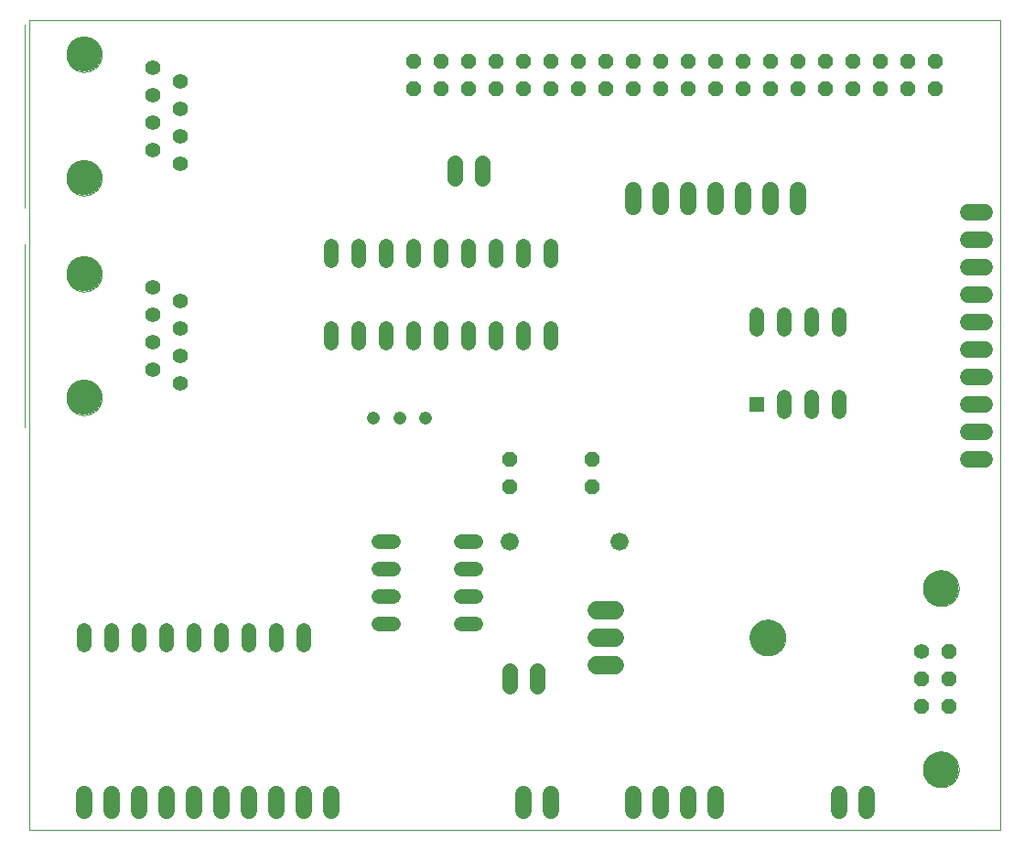
<source format=gbs>
G75*
%MOIN*%
%OFA0B0*%
%FSLAX25Y25*%
%IPPOS*%
%LPD*%
%AMOC8*
5,1,8,0,0,1.08239X$1,22.5*
%
%ADD10C,0.00000*%
%ADD11C,0.00039*%
%ADD12C,0.05543*%
%ADD13C,0.12800*%
%ADD14C,0.05200*%
%ADD15C,0.05600*%
%ADD16OC8,0.05600*%
%ADD17C,0.06600*%
%ADD18C,0.13000*%
%ADD19C,0.04756*%
%ADD20R,0.05200X0.05200*%
%ADD21C,0.06000*%
%ADD22C,0.05600*%
%ADD23C,0.06600*%
%ADD24OC8,0.05200*%
D10*
X0012038Y0001800D02*
X0365739Y0001800D01*
X0365739Y0296761D01*
X0365739Y0296800D02*
X0012038Y0296800D01*
X0012038Y0296761D02*
X0012038Y0001800D01*
X0025638Y0159300D02*
X0025640Y0159460D01*
X0025646Y0159619D01*
X0025656Y0159778D01*
X0025670Y0159937D01*
X0025688Y0160096D01*
X0025709Y0160254D01*
X0025735Y0160411D01*
X0025765Y0160568D01*
X0025798Y0160724D01*
X0025836Y0160879D01*
X0025877Y0161033D01*
X0025922Y0161186D01*
X0025971Y0161338D01*
X0026024Y0161489D01*
X0026080Y0161638D01*
X0026141Y0161786D01*
X0026204Y0161932D01*
X0026272Y0162077D01*
X0026343Y0162220D01*
X0026417Y0162361D01*
X0026495Y0162500D01*
X0026577Y0162637D01*
X0026662Y0162772D01*
X0026750Y0162905D01*
X0026842Y0163036D01*
X0026936Y0163164D01*
X0027034Y0163290D01*
X0027135Y0163414D01*
X0027239Y0163535D01*
X0027346Y0163653D01*
X0027456Y0163769D01*
X0027569Y0163882D01*
X0027685Y0163992D01*
X0027803Y0164099D01*
X0027924Y0164203D01*
X0028048Y0164304D01*
X0028174Y0164402D01*
X0028302Y0164496D01*
X0028433Y0164588D01*
X0028566Y0164676D01*
X0028701Y0164761D01*
X0028838Y0164843D01*
X0028977Y0164921D01*
X0029118Y0164995D01*
X0029261Y0165066D01*
X0029406Y0165134D01*
X0029552Y0165197D01*
X0029700Y0165258D01*
X0029849Y0165314D01*
X0030000Y0165367D01*
X0030152Y0165416D01*
X0030305Y0165461D01*
X0030459Y0165502D01*
X0030614Y0165540D01*
X0030770Y0165573D01*
X0030927Y0165603D01*
X0031084Y0165629D01*
X0031242Y0165650D01*
X0031401Y0165668D01*
X0031560Y0165682D01*
X0031719Y0165692D01*
X0031878Y0165698D01*
X0032038Y0165700D01*
X0032198Y0165698D01*
X0032357Y0165692D01*
X0032516Y0165682D01*
X0032675Y0165668D01*
X0032834Y0165650D01*
X0032992Y0165629D01*
X0033149Y0165603D01*
X0033306Y0165573D01*
X0033462Y0165540D01*
X0033617Y0165502D01*
X0033771Y0165461D01*
X0033924Y0165416D01*
X0034076Y0165367D01*
X0034227Y0165314D01*
X0034376Y0165258D01*
X0034524Y0165197D01*
X0034670Y0165134D01*
X0034815Y0165066D01*
X0034958Y0164995D01*
X0035099Y0164921D01*
X0035238Y0164843D01*
X0035375Y0164761D01*
X0035510Y0164676D01*
X0035643Y0164588D01*
X0035774Y0164496D01*
X0035902Y0164402D01*
X0036028Y0164304D01*
X0036152Y0164203D01*
X0036273Y0164099D01*
X0036391Y0163992D01*
X0036507Y0163882D01*
X0036620Y0163769D01*
X0036730Y0163653D01*
X0036837Y0163535D01*
X0036941Y0163414D01*
X0037042Y0163290D01*
X0037140Y0163164D01*
X0037234Y0163036D01*
X0037326Y0162905D01*
X0037414Y0162772D01*
X0037499Y0162637D01*
X0037581Y0162500D01*
X0037659Y0162361D01*
X0037733Y0162220D01*
X0037804Y0162077D01*
X0037872Y0161932D01*
X0037935Y0161786D01*
X0037996Y0161638D01*
X0038052Y0161489D01*
X0038105Y0161338D01*
X0038154Y0161186D01*
X0038199Y0161033D01*
X0038240Y0160879D01*
X0038278Y0160724D01*
X0038311Y0160568D01*
X0038341Y0160411D01*
X0038367Y0160254D01*
X0038388Y0160096D01*
X0038406Y0159937D01*
X0038420Y0159778D01*
X0038430Y0159619D01*
X0038436Y0159460D01*
X0038438Y0159300D01*
X0038436Y0159140D01*
X0038430Y0158981D01*
X0038420Y0158822D01*
X0038406Y0158663D01*
X0038388Y0158504D01*
X0038367Y0158346D01*
X0038341Y0158189D01*
X0038311Y0158032D01*
X0038278Y0157876D01*
X0038240Y0157721D01*
X0038199Y0157567D01*
X0038154Y0157414D01*
X0038105Y0157262D01*
X0038052Y0157111D01*
X0037996Y0156962D01*
X0037935Y0156814D01*
X0037872Y0156668D01*
X0037804Y0156523D01*
X0037733Y0156380D01*
X0037659Y0156239D01*
X0037581Y0156100D01*
X0037499Y0155963D01*
X0037414Y0155828D01*
X0037326Y0155695D01*
X0037234Y0155564D01*
X0037140Y0155436D01*
X0037042Y0155310D01*
X0036941Y0155186D01*
X0036837Y0155065D01*
X0036730Y0154947D01*
X0036620Y0154831D01*
X0036507Y0154718D01*
X0036391Y0154608D01*
X0036273Y0154501D01*
X0036152Y0154397D01*
X0036028Y0154296D01*
X0035902Y0154198D01*
X0035774Y0154104D01*
X0035643Y0154012D01*
X0035510Y0153924D01*
X0035375Y0153839D01*
X0035238Y0153757D01*
X0035099Y0153679D01*
X0034958Y0153605D01*
X0034815Y0153534D01*
X0034670Y0153466D01*
X0034524Y0153403D01*
X0034376Y0153342D01*
X0034227Y0153286D01*
X0034076Y0153233D01*
X0033924Y0153184D01*
X0033771Y0153139D01*
X0033617Y0153098D01*
X0033462Y0153060D01*
X0033306Y0153027D01*
X0033149Y0152997D01*
X0032992Y0152971D01*
X0032834Y0152950D01*
X0032675Y0152932D01*
X0032516Y0152918D01*
X0032357Y0152908D01*
X0032198Y0152902D01*
X0032038Y0152900D01*
X0031878Y0152902D01*
X0031719Y0152908D01*
X0031560Y0152918D01*
X0031401Y0152932D01*
X0031242Y0152950D01*
X0031084Y0152971D01*
X0030927Y0152997D01*
X0030770Y0153027D01*
X0030614Y0153060D01*
X0030459Y0153098D01*
X0030305Y0153139D01*
X0030152Y0153184D01*
X0030000Y0153233D01*
X0029849Y0153286D01*
X0029700Y0153342D01*
X0029552Y0153403D01*
X0029406Y0153466D01*
X0029261Y0153534D01*
X0029118Y0153605D01*
X0028977Y0153679D01*
X0028838Y0153757D01*
X0028701Y0153839D01*
X0028566Y0153924D01*
X0028433Y0154012D01*
X0028302Y0154104D01*
X0028174Y0154198D01*
X0028048Y0154296D01*
X0027924Y0154397D01*
X0027803Y0154501D01*
X0027685Y0154608D01*
X0027569Y0154718D01*
X0027456Y0154831D01*
X0027346Y0154947D01*
X0027239Y0155065D01*
X0027135Y0155186D01*
X0027034Y0155310D01*
X0026936Y0155436D01*
X0026842Y0155564D01*
X0026750Y0155695D01*
X0026662Y0155828D01*
X0026577Y0155963D01*
X0026495Y0156100D01*
X0026417Y0156239D01*
X0026343Y0156380D01*
X0026272Y0156523D01*
X0026204Y0156668D01*
X0026141Y0156814D01*
X0026080Y0156962D01*
X0026024Y0157111D01*
X0025971Y0157262D01*
X0025922Y0157414D01*
X0025877Y0157567D01*
X0025836Y0157721D01*
X0025798Y0157876D01*
X0025765Y0158032D01*
X0025735Y0158189D01*
X0025709Y0158346D01*
X0025688Y0158504D01*
X0025670Y0158663D01*
X0025656Y0158822D01*
X0025646Y0158981D01*
X0025640Y0159140D01*
X0025638Y0159300D01*
X0025638Y0204300D02*
X0025640Y0204460D01*
X0025646Y0204619D01*
X0025656Y0204778D01*
X0025670Y0204937D01*
X0025688Y0205096D01*
X0025709Y0205254D01*
X0025735Y0205411D01*
X0025765Y0205568D01*
X0025798Y0205724D01*
X0025836Y0205879D01*
X0025877Y0206033D01*
X0025922Y0206186D01*
X0025971Y0206338D01*
X0026024Y0206489D01*
X0026080Y0206638D01*
X0026141Y0206786D01*
X0026204Y0206932D01*
X0026272Y0207077D01*
X0026343Y0207220D01*
X0026417Y0207361D01*
X0026495Y0207500D01*
X0026577Y0207637D01*
X0026662Y0207772D01*
X0026750Y0207905D01*
X0026842Y0208036D01*
X0026936Y0208164D01*
X0027034Y0208290D01*
X0027135Y0208414D01*
X0027239Y0208535D01*
X0027346Y0208653D01*
X0027456Y0208769D01*
X0027569Y0208882D01*
X0027685Y0208992D01*
X0027803Y0209099D01*
X0027924Y0209203D01*
X0028048Y0209304D01*
X0028174Y0209402D01*
X0028302Y0209496D01*
X0028433Y0209588D01*
X0028566Y0209676D01*
X0028701Y0209761D01*
X0028838Y0209843D01*
X0028977Y0209921D01*
X0029118Y0209995D01*
X0029261Y0210066D01*
X0029406Y0210134D01*
X0029552Y0210197D01*
X0029700Y0210258D01*
X0029849Y0210314D01*
X0030000Y0210367D01*
X0030152Y0210416D01*
X0030305Y0210461D01*
X0030459Y0210502D01*
X0030614Y0210540D01*
X0030770Y0210573D01*
X0030927Y0210603D01*
X0031084Y0210629D01*
X0031242Y0210650D01*
X0031401Y0210668D01*
X0031560Y0210682D01*
X0031719Y0210692D01*
X0031878Y0210698D01*
X0032038Y0210700D01*
X0032198Y0210698D01*
X0032357Y0210692D01*
X0032516Y0210682D01*
X0032675Y0210668D01*
X0032834Y0210650D01*
X0032992Y0210629D01*
X0033149Y0210603D01*
X0033306Y0210573D01*
X0033462Y0210540D01*
X0033617Y0210502D01*
X0033771Y0210461D01*
X0033924Y0210416D01*
X0034076Y0210367D01*
X0034227Y0210314D01*
X0034376Y0210258D01*
X0034524Y0210197D01*
X0034670Y0210134D01*
X0034815Y0210066D01*
X0034958Y0209995D01*
X0035099Y0209921D01*
X0035238Y0209843D01*
X0035375Y0209761D01*
X0035510Y0209676D01*
X0035643Y0209588D01*
X0035774Y0209496D01*
X0035902Y0209402D01*
X0036028Y0209304D01*
X0036152Y0209203D01*
X0036273Y0209099D01*
X0036391Y0208992D01*
X0036507Y0208882D01*
X0036620Y0208769D01*
X0036730Y0208653D01*
X0036837Y0208535D01*
X0036941Y0208414D01*
X0037042Y0208290D01*
X0037140Y0208164D01*
X0037234Y0208036D01*
X0037326Y0207905D01*
X0037414Y0207772D01*
X0037499Y0207637D01*
X0037581Y0207500D01*
X0037659Y0207361D01*
X0037733Y0207220D01*
X0037804Y0207077D01*
X0037872Y0206932D01*
X0037935Y0206786D01*
X0037996Y0206638D01*
X0038052Y0206489D01*
X0038105Y0206338D01*
X0038154Y0206186D01*
X0038199Y0206033D01*
X0038240Y0205879D01*
X0038278Y0205724D01*
X0038311Y0205568D01*
X0038341Y0205411D01*
X0038367Y0205254D01*
X0038388Y0205096D01*
X0038406Y0204937D01*
X0038420Y0204778D01*
X0038430Y0204619D01*
X0038436Y0204460D01*
X0038438Y0204300D01*
X0038436Y0204140D01*
X0038430Y0203981D01*
X0038420Y0203822D01*
X0038406Y0203663D01*
X0038388Y0203504D01*
X0038367Y0203346D01*
X0038341Y0203189D01*
X0038311Y0203032D01*
X0038278Y0202876D01*
X0038240Y0202721D01*
X0038199Y0202567D01*
X0038154Y0202414D01*
X0038105Y0202262D01*
X0038052Y0202111D01*
X0037996Y0201962D01*
X0037935Y0201814D01*
X0037872Y0201668D01*
X0037804Y0201523D01*
X0037733Y0201380D01*
X0037659Y0201239D01*
X0037581Y0201100D01*
X0037499Y0200963D01*
X0037414Y0200828D01*
X0037326Y0200695D01*
X0037234Y0200564D01*
X0037140Y0200436D01*
X0037042Y0200310D01*
X0036941Y0200186D01*
X0036837Y0200065D01*
X0036730Y0199947D01*
X0036620Y0199831D01*
X0036507Y0199718D01*
X0036391Y0199608D01*
X0036273Y0199501D01*
X0036152Y0199397D01*
X0036028Y0199296D01*
X0035902Y0199198D01*
X0035774Y0199104D01*
X0035643Y0199012D01*
X0035510Y0198924D01*
X0035375Y0198839D01*
X0035238Y0198757D01*
X0035099Y0198679D01*
X0034958Y0198605D01*
X0034815Y0198534D01*
X0034670Y0198466D01*
X0034524Y0198403D01*
X0034376Y0198342D01*
X0034227Y0198286D01*
X0034076Y0198233D01*
X0033924Y0198184D01*
X0033771Y0198139D01*
X0033617Y0198098D01*
X0033462Y0198060D01*
X0033306Y0198027D01*
X0033149Y0197997D01*
X0032992Y0197971D01*
X0032834Y0197950D01*
X0032675Y0197932D01*
X0032516Y0197918D01*
X0032357Y0197908D01*
X0032198Y0197902D01*
X0032038Y0197900D01*
X0031878Y0197902D01*
X0031719Y0197908D01*
X0031560Y0197918D01*
X0031401Y0197932D01*
X0031242Y0197950D01*
X0031084Y0197971D01*
X0030927Y0197997D01*
X0030770Y0198027D01*
X0030614Y0198060D01*
X0030459Y0198098D01*
X0030305Y0198139D01*
X0030152Y0198184D01*
X0030000Y0198233D01*
X0029849Y0198286D01*
X0029700Y0198342D01*
X0029552Y0198403D01*
X0029406Y0198466D01*
X0029261Y0198534D01*
X0029118Y0198605D01*
X0028977Y0198679D01*
X0028838Y0198757D01*
X0028701Y0198839D01*
X0028566Y0198924D01*
X0028433Y0199012D01*
X0028302Y0199104D01*
X0028174Y0199198D01*
X0028048Y0199296D01*
X0027924Y0199397D01*
X0027803Y0199501D01*
X0027685Y0199608D01*
X0027569Y0199718D01*
X0027456Y0199831D01*
X0027346Y0199947D01*
X0027239Y0200065D01*
X0027135Y0200186D01*
X0027034Y0200310D01*
X0026936Y0200436D01*
X0026842Y0200564D01*
X0026750Y0200695D01*
X0026662Y0200828D01*
X0026577Y0200963D01*
X0026495Y0201100D01*
X0026417Y0201239D01*
X0026343Y0201380D01*
X0026272Y0201523D01*
X0026204Y0201668D01*
X0026141Y0201814D01*
X0026080Y0201962D01*
X0026024Y0202111D01*
X0025971Y0202262D01*
X0025922Y0202414D01*
X0025877Y0202567D01*
X0025836Y0202721D01*
X0025798Y0202876D01*
X0025765Y0203032D01*
X0025735Y0203189D01*
X0025709Y0203346D01*
X0025688Y0203504D01*
X0025670Y0203663D01*
X0025656Y0203822D01*
X0025646Y0203981D01*
X0025640Y0204140D01*
X0025638Y0204300D01*
X0025638Y0239300D02*
X0025640Y0239460D01*
X0025646Y0239619D01*
X0025656Y0239778D01*
X0025670Y0239937D01*
X0025688Y0240096D01*
X0025709Y0240254D01*
X0025735Y0240411D01*
X0025765Y0240568D01*
X0025798Y0240724D01*
X0025836Y0240879D01*
X0025877Y0241033D01*
X0025922Y0241186D01*
X0025971Y0241338D01*
X0026024Y0241489D01*
X0026080Y0241638D01*
X0026141Y0241786D01*
X0026204Y0241932D01*
X0026272Y0242077D01*
X0026343Y0242220D01*
X0026417Y0242361D01*
X0026495Y0242500D01*
X0026577Y0242637D01*
X0026662Y0242772D01*
X0026750Y0242905D01*
X0026842Y0243036D01*
X0026936Y0243164D01*
X0027034Y0243290D01*
X0027135Y0243414D01*
X0027239Y0243535D01*
X0027346Y0243653D01*
X0027456Y0243769D01*
X0027569Y0243882D01*
X0027685Y0243992D01*
X0027803Y0244099D01*
X0027924Y0244203D01*
X0028048Y0244304D01*
X0028174Y0244402D01*
X0028302Y0244496D01*
X0028433Y0244588D01*
X0028566Y0244676D01*
X0028701Y0244761D01*
X0028838Y0244843D01*
X0028977Y0244921D01*
X0029118Y0244995D01*
X0029261Y0245066D01*
X0029406Y0245134D01*
X0029552Y0245197D01*
X0029700Y0245258D01*
X0029849Y0245314D01*
X0030000Y0245367D01*
X0030152Y0245416D01*
X0030305Y0245461D01*
X0030459Y0245502D01*
X0030614Y0245540D01*
X0030770Y0245573D01*
X0030927Y0245603D01*
X0031084Y0245629D01*
X0031242Y0245650D01*
X0031401Y0245668D01*
X0031560Y0245682D01*
X0031719Y0245692D01*
X0031878Y0245698D01*
X0032038Y0245700D01*
X0032198Y0245698D01*
X0032357Y0245692D01*
X0032516Y0245682D01*
X0032675Y0245668D01*
X0032834Y0245650D01*
X0032992Y0245629D01*
X0033149Y0245603D01*
X0033306Y0245573D01*
X0033462Y0245540D01*
X0033617Y0245502D01*
X0033771Y0245461D01*
X0033924Y0245416D01*
X0034076Y0245367D01*
X0034227Y0245314D01*
X0034376Y0245258D01*
X0034524Y0245197D01*
X0034670Y0245134D01*
X0034815Y0245066D01*
X0034958Y0244995D01*
X0035099Y0244921D01*
X0035238Y0244843D01*
X0035375Y0244761D01*
X0035510Y0244676D01*
X0035643Y0244588D01*
X0035774Y0244496D01*
X0035902Y0244402D01*
X0036028Y0244304D01*
X0036152Y0244203D01*
X0036273Y0244099D01*
X0036391Y0243992D01*
X0036507Y0243882D01*
X0036620Y0243769D01*
X0036730Y0243653D01*
X0036837Y0243535D01*
X0036941Y0243414D01*
X0037042Y0243290D01*
X0037140Y0243164D01*
X0037234Y0243036D01*
X0037326Y0242905D01*
X0037414Y0242772D01*
X0037499Y0242637D01*
X0037581Y0242500D01*
X0037659Y0242361D01*
X0037733Y0242220D01*
X0037804Y0242077D01*
X0037872Y0241932D01*
X0037935Y0241786D01*
X0037996Y0241638D01*
X0038052Y0241489D01*
X0038105Y0241338D01*
X0038154Y0241186D01*
X0038199Y0241033D01*
X0038240Y0240879D01*
X0038278Y0240724D01*
X0038311Y0240568D01*
X0038341Y0240411D01*
X0038367Y0240254D01*
X0038388Y0240096D01*
X0038406Y0239937D01*
X0038420Y0239778D01*
X0038430Y0239619D01*
X0038436Y0239460D01*
X0038438Y0239300D01*
X0038436Y0239140D01*
X0038430Y0238981D01*
X0038420Y0238822D01*
X0038406Y0238663D01*
X0038388Y0238504D01*
X0038367Y0238346D01*
X0038341Y0238189D01*
X0038311Y0238032D01*
X0038278Y0237876D01*
X0038240Y0237721D01*
X0038199Y0237567D01*
X0038154Y0237414D01*
X0038105Y0237262D01*
X0038052Y0237111D01*
X0037996Y0236962D01*
X0037935Y0236814D01*
X0037872Y0236668D01*
X0037804Y0236523D01*
X0037733Y0236380D01*
X0037659Y0236239D01*
X0037581Y0236100D01*
X0037499Y0235963D01*
X0037414Y0235828D01*
X0037326Y0235695D01*
X0037234Y0235564D01*
X0037140Y0235436D01*
X0037042Y0235310D01*
X0036941Y0235186D01*
X0036837Y0235065D01*
X0036730Y0234947D01*
X0036620Y0234831D01*
X0036507Y0234718D01*
X0036391Y0234608D01*
X0036273Y0234501D01*
X0036152Y0234397D01*
X0036028Y0234296D01*
X0035902Y0234198D01*
X0035774Y0234104D01*
X0035643Y0234012D01*
X0035510Y0233924D01*
X0035375Y0233839D01*
X0035238Y0233757D01*
X0035099Y0233679D01*
X0034958Y0233605D01*
X0034815Y0233534D01*
X0034670Y0233466D01*
X0034524Y0233403D01*
X0034376Y0233342D01*
X0034227Y0233286D01*
X0034076Y0233233D01*
X0033924Y0233184D01*
X0033771Y0233139D01*
X0033617Y0233098D01*
X0033462Y0233060D01*
X0033306Y0233027D01*
X0033149Y0232997D01*
X0032992Y0232971D01*
X0032834Y0232950D01*
X0032675Y0232932D01*
X0032516Y0232918D01*
X0032357Y0232908D01*
X0032198Y0232902D01*
X0032038Y0232900D01*
X0031878Y0232902D01*
X0031719Y0232908D01*
X0031560Y0232918D01*
X0031401Y0232932D01*
X0031242Y0232950D01*
X0031084Y0232971D01*
X0030927Y0232997D01*
X0030770Y0233027D01*
X0030614Y0233060D01*
X0030459Y0233098D01*
X0030305Y0233139D01*
X0030152Y0233184D01*
X0030000Y0233233D01*
X0029849Y0233286D01*
X0029700Y0233342D01*
X0029552Y0233403D01*
X0029406Y0233466D01*
X0029261Y0233534D01*
X0029118Y0233605D01*
X0028977Y0233679D01*
X0028838Y0233757D01*
X0028701Y0233839D01*
X0028566Y0233924D01*
X0028433Y0234012D01*
X0028302Y0234104D01*
X0028174Y0234198D01*
X0028048Y0234296D01*
X0027924Y0234397D01*
X0027803Y0234501D01*
X0027685Y0234608D01*
X0027569Y0234718D01*
X0027456Y0234831D01*
X0027346Y0234947D01*
X0027239Y0235065D01*
X0027135Y0235186D01*
X0027034Y0235310D01*
X0026936Y0235436D01*
X0026842Y0235564D01*
X0026750Y0235695D01*
X0026662Y0235828D01*
X0026577Y0235963D01*
X0026495Y0236100D01*
X0026417Y0236239D01*
X0026343Y0236380D01*
X0026272Y0236523D01*
X0026204Y0236668D01*
X0026141Y0236814D01*
X0026080Y0236962D01*
X0026024Y0237111D01*
X0025971Y0237262D01*
X0025922Y0237414D01*
X0025877Y0237567D01*
X0025836Y0237721D01*
X0025798Y0237876D01*
X0025765Y0238032D01*
X0025735Y0238189D01*
X0025709Y0238346D01*
X0025688Y0238504D01*
X0025670Y0238663D01*
X0025656Y0238822D01*
X0025646Y0238981D01*
X0025640Y0239140D01*
X0025638Y0239300D01*
X0025638Y0284300D02*
X0025640Y0284460D01*
X0025646Y0284619D01*
X0025656Y0284778D01*
X0025670Y0284937D01*
X0025688Y0285096D01*
X0025709Y0285254D01*
X0025735Y0285411D01*
X0025765Y0285568D01*
X0025798Y0285724D01*
X0025836Y0285879D01*
X0025877Y0286033D01*
X0025922Y0286186D01*
X0025971Y0286338D01*
X0026024Y0286489D01*
X0026080Y0286638D01*
X0026141Y0286786D01*
X0026204Y0286932D01*
X0026272Y0287077D01*
X0026343Y0287220D01*
X0026417Y0287361D01*
X0026495Y0287500D01*
X0026577Y0287637D01*
X0026662Y0287772D01*
X0026750Y0287905D01*
X0026842Y0288036D01*
X0026936Y0288164D01*
X0027034Y0288290D01*
X0027135Y0288414D01*
X0027239Y0288535D01*
X0027346Y0288653D01*
X0027456Y0288769D01*
X0027569Y0288882D01*
X0027685Y0288992D01*
X0027803Y0289099D01*
X0027924Y0289203D01*
X0028048Y0289304D01*
X0028174Y0289402D01*
X0028302Y0289496D01*
X0028433Y0289588D01*
X0028566Y0289676D01*
X0028701Y0289761D01*
X0028838Y0289843D01*
X0028977Y0289921D01*
X0029118Y0289995D01*
X0029261Y0290066D01*
X0029406Y0290134D01*
X0029552Y0290197D01*
X0029700Y0290258D01*
X0029849Y0290314D01*
X0030000Y0290367D01*
X0030152Y0290416D01*
X0030305Y0290461D01*
X0030459Y0290502D01*
X0030614Y0290540D01*
X0030770Y0290573D01*
X0030927Y0290603D01*
X0031084Y0290629D01*
X0031242Y0290650D01*
X0031401Y0290668D01*
X0031560Y0290682D01*
X0031719Y0290692D01*
X0031878Y0290698D01*
X0032038Y0290700D01*
X0032198Y0290698D01*
X0032357Y0290692D01*
X0032516Y0290682D01*
X0032675Y0290668D01*
X0032834Y0290650D01*
X0032992Y0290629D01*
X0033149Y0290603D01*
X0033306Y0290573D01*
X0033462Y0290540D01*
X0033617Y0290502D01*
X0033771Y0290461D01*
X0033924Y0290416D01*
X0034076Y0290367D01*
X0034227Y0290314D01*
X0034376Y0290258D01*
X0034524Y0290197D01*
X0034670Y0290134D01*
X0034815Y0290066D01*
X0034958Y0289995D01*
X0035099Y0289921D01*
X0035238Y0289843D01*
X0035375Y0289761D01*
X0035510Y0289676D01*
X0035643Y0289588D01*
X0035774Y0289496D01*
X0035902Y0289402D01*
X0036028Y0289304D01*
X0036152Y0289203D01*
X0036273Y0289099D01*
X0036391Y0288992D01*
X0036507Y0288882D01*
X0036620Y0288769D01*
X0036730Y0288653D01*
X0036837Y0288535D01*
X0036941Y0288414D01*
X0037042Y0288290D01*
X0037140Y0288164D01*
X0037234Y0288036D01*
X0037326Y0287905D01*
X0037414Y0287772D01*
X0037499Y0287637D01*
X0037581Y0287500D01*
X0037659Y0287361D01*
X0037733Y0287220D01*
X0037804Y0287077D01*
X0037872Y0286932D01*
X0037935Y0286786D01*
X0037996Y0286638D01*
X0038052Y0286489D01*
X0038105Y0286338D01*
X0038154Y0286186D01*
X0038199Y0286033D01*
X0038240Y0285879D01*
X0038278Y0285724D01*
X0038311Y0285568D01*
X0038341Y0285411D01*
X0038367Y0285254D01*
X0038388Y0285096D01*
X0038406Y0284937D01*
X0038420Y0284778D01*
X0038430Y0284619D01*
X0038436Y0284460D01*
X0038438Y0284300D01*
X0038436Y0284140D01*
X0038430Y0283981D01*
X0038420Y0283822D01*
X0038406Y0283663D01*
X0038388Y0283504D01*
X0038367Y0283346D01*
X0038341Y0283189D01*
X0038311Y0283032D01*
X0038278Y0282876D01*
X0038240Y0282721D01*
X0038199Y0282567D01*
X0038154Y0282414D01*
X0038105Y0282262D01*
X0038052Y0282111D01*
X0037996Y0281962D01*
X0037935Y0281814D01*
X0037872Y0281668D01*
X0037804Y0281523D01*
X0037733Y0281380D01*
X0037659Y0281239D01*
X0037581Y0281100D01*
X0037499Y0280963D01*
X0037414Y0280828D01*
X0037326Y0280695D01*
X0037234Y0280564D01*
X0037140Y0280436D01*
X0037042Y0280310D01*
X0036941Y0280186D01*
X0036837Y0280065D01*
X0036730Y0279947D01*
X0036620Y0279831D01*
X0036507Y0279718D01*
X0036391Y0279608D01*
X0036273Y0279501D01*
X0036152Y0279397D01*
X0036028Y0279296D01*
X0035902Y0279198D01*
X0035774Y0279104D01*
X0035643Y0279012D01*
X0035510Y0278924D01*
X0035375Y0278839D01*
X0035238Y0278757D01*
X0035099Y0278679D01*
X0034958Y0278605D01*
X0034815Y0278534D01*
X0034670Y0278466D01*
X0034524Y0278403D01*
X0034376Y0278342D01*
X0034227Y0278286D01*
X0034076Y0278233D01*
X0033924Y0278184D01*
X0033771Y0278139D01*
X0033617Y0278098D01*
X0033462Y0278060D01*
X0033306Y0278027D01*
X0033149Y0277997D01*
X0032992Y0277971D01*
X0032834Y0277950D01*
X0032675Y0277932D01*
X0032516Y0277918D01*
X0032357Y0277908D01*
X0032198Y0277902D01*
X0032038Y0277900D01*
X0031878Y0277902D01*
X0031719Y0277908D01*
X0031560Y0277918D01*
X0031401Y0277932D01*
X0031242Y0277950D01*
X0031084Y0277971D01*
X0030927Y0277997D01*
X0030770Y0278027D01*
X0030614Y0278060D01*
X0030459Y0278098D01*
X0030305Y0278139D01*
X0030152Y0278184D01*
X0030000Y0278233D01*
X0029849Y0278286D01*
X0029700Y0278342D01*
X0029552Y0278403D01*
X0029406Y0278466D01*
X0029261Y0278534D01*
X0029118Y0278605D01*
X0028977Y0278679D01*
X0028838Y0278757D01*
X0028701Y0278839D01*
X0028566Y0278924D01*
X0028433Y0279012D01*
X0028302Y0279104D01*
X0028174Y0279198D01*
X0028048Y0279296D01*
X0027924Y0279397D01*
X0027803Y0279501D01*
X0027685Y0279608D01*
X0027569Y0279718D01*
X0027456Y0279831D01*
X0027346Y0279947D01*
X0027239Y0280065D01*
X0027135Y0280186D01*
X0027034Y0280310D01*
X0026936Y0280436D01*
X0026842Y0280564D01*
X0026750Y0280695D01*
X0026662Y0280828D01*
X0026577Y0280963D01*
X0026495Y0281100D01*
X0026417Y0281239D01*
X0026343Y0281380D01*
X0026272Y0281523D01*
X0026204Y0281668D01*
X0026141Y0281814D01*
X0026080Y0281962D01*
X0026024Y0282111D01*
X0025971Y0282262D01*
X0025922Y0282414D01*
X0025877Y0282567D01*
X0025836Y0282721D01*
X0025798Y0282876D01*
X0025765Y0283032D01*
X0025735Y0283189D01*
X0025709Y0283346D01*
X0025688Y0283504D01*
X0025670Y0283663D01*
X0025656Y0283822D01*
X0025646Y0283981D01*
X0025640Y0284140D01*
X0025638Y0284300D01*
X0274538Y0071800D02*
X0274540Y0071961D01*
X0274546Y0072121D01*
X0274556Y0072282D01*
X0274570Y0072442D01*
X0274588Y0072602D01*
X0274609Y0072761D01*
X0274635Y0072920D01*
X0274665Y0073078D01*
X0274698Y0073235D01*
X0274736Y0073392D01*
X0274777Y0073547D01*
X0274822Y0073701D01*
X0274871Y0073854D01*
X0274924Y0074006D01*
X0274980Y0074157D01*
X0275041Y0074306D01*
X0275104Y0074454D01*
X0275172Y0074600D01*
X0275243Y0074744D01*
X0275317Y0074886D01*
X0275395Y0075027D01*
X0275477Y0075165D01*
X0275562Y0075302D01*
X0275650Y0075436D01*
X0275742Y0075568D01*
X0275837Y0075698D01*
X0275935Y0075826D01*
X0276036Y0075951D01*
X0276140Y0076073D01*
X0276247Y0076193D01*
X0276357Y0076310D01*
X0276470Y0076425D01*
X0276586Y0076536D01*
X0276705Y0076645D01*
X0276826Y0076750D01*
X0276950Y0076853D01*
X0277076Y0076953D01*
X0277204Y0077049D01*
X0277335Y0077142D01*
X0277469Y0077232D01*
X0277604Y0077319D01*
X0277742Y0077402D01*
X0277881Y0077482D01*
X0278023Y0077558D01*
X0278166Y0077631D01*
X0278311Y0077700D01*
X0278458Y0077766D01*
X0278606Y0077828D01*
X0278756Y0077886D01*
X0278907Y0077941D01*
X0279060Y0077992D01*
X0279214Y0078039D01*
X0279369Y0078082D01*
X0279525Y0078121D01*
X0279681Y0078157D01*
X0279839Y0078188D01*
X0279997Y0078216D01*
X0280156Y0078240D01*
X0280316Y0078260D01*
X0280476Y0078276D01*
X0280636Y0078288D01*
X0280797Y0078296D01*
X0280958Y0078300D01*
X0281118Y0078300D01*
X0281279Y0078296D01*
X0281440Y0078288D01*
X0281600Y0078276D01*
X0281760Y0078260D01*
X0281920Y0078240D01*
X0282079Y0078216D01*
X0282237Y0078188D01*
X0282395Y0078157D01*
X0282551Y0078121D01*
X0282707Y0078082D01*
X0282862Y0078039D01*
X0283016Y0077992D01*
X0283169Y0077941D01*
X0283320Y0077886D01*
X0283470Y0077828D01*
X0283618Y0077766D01*
X0283765Y0077700D01*
X0283910Y0077631D01*
X0284053Y0077558D01*
X0284195Y0077482D01*
X0284334Y0077402D01*
X0284472Y0077319D01*
X0284607Y0077232D01*
X0284741Y0077142D01*
X0284872Y0077049D01*
X0285000Y0076953D01*
X0285126Y0076853D01*
X0285250Y0076750D01*
X0285371Y0076645D01*
X0285490Y0076536D01*
X0285606Y0076425D01*
X0285719Y0076310D01*
X0285829Y0076193D01*
X0285936Y0076073D01*
X0286040Y0075951D01*
X0286141Y0075826D01*
X0286239Y0075698D01*
X0286334Y0075568D01*
X0286426Y0075436D01*
X0286514Y0075302D01*
X0286599Y0075165D01*
X0286681Y0075027D01*
X0286759Y0074886D01*
X0286833Y0074744D01*
X0286904Y0074600D01*
X0286972Y0074454D01*
X0287035Y0074306D01*
X0287096Y0074157D01*
X0287152Y0074006D01*
X0287205Y0073854D01*
X0287254Y0073701D01*
X0287299Y0073547D01*
X0287340Y0073392D01*
X0287378Y0073235D01*
X0287411Y0073078D01*
X0287441Y0072920D01*
X0287467Y0072761D01*
X0287488Y0072602D01*
X0287506Y0072442D01*
X0287520Y0072282D01*
X0287530Y0072121D01*
X0287536Y0071961D01*
X0287538Y0071800D01*
X0287536Y0071639D01*
X0287530Y0071479D01*
X0287520Y0071318D01*
X0287506Y0071158D01*
X0287488Y0070998D01*
X0287467Y0070839D01*
X0287441Y0070680D01*
X0287411Y0070522D01*
X0287378Y0070365D01*
X0287340Y0070208D01*
X0287299Y0070053D01*
X0287254Y0069899D01*
X0287205Y0069746D01*
X0287152Y0069594D01*
X0287096Y0069443D01*
X0287035Y0069294D01*
X0286972Y0069146D01*
X0286904Y0069000D01*
X0286833Y0068856D01*
X0286759Y0068714D01*
X0286681Y0068573D01*
X0286599Y0068435D01*
X0286514Y0068298D01*
X0286426Y0068164D01*
X0286334Y0068032D01*
X0286239Y0067902D01*
X0286141Y0067774D01*
X0286040Y0067649D01*
X0285936Y0067527D01*
X0285829Y0067407D01*
X0285719Y0067290D01*
X0285606Y0067175D01*
X0285490Y0067064D01*
X0285371Y0066955D01*
X0285250Y0066850D01*
X0285126Y0066747D01*
X0285000Y0066647D01*
X0284872Y0066551D01*
X0284741Y0066458D01*
X0284607Y0066368D01*
X0284472Y0066281D01*
X0284334Y0066198D01*
X0284195Y0066118D01*
X0284053Y0066042D01*
X0283910Y0065969D01*
X0283765Y0065900D01*
X0283618Y0065834D01*
X0283470Y0065772D01*
X0283320Y0065714D01*
X0283169Y0065659D01*
X0283016Y0065608D01*
X0282862Y0065561D01*
X0282707Y0065518D01*
X0282551Y0065479D01*
X0282395Y0065443D01*
X0282237Y0065412D01*
X0282079Y0065384D01*
X0281920Y0065360D01*
X0281760Y0065340D01*
X0281600Y0065324D01*
X0281440Y0065312D01*
X0281279Y0065304D01*
X0281118Y0065300D01*
X0280958Y0065300D01*
X0280797Y0065304D01*
X0280636Y0065312D01*
X0280476Y0065324D01*
X0280316Y0065340D01*
X0280156Y0065360D01*
X0279997Y0065384D01*
X0279839Y0065412D01*
X0279681Y0065443D01*
X0279525Y0065479D01*
X0279369Y0065518D01*
X0279214Y0065561D01*
X0279060Y0065608D01*
X0278907Y0065659D01*
X0278756Y0065714D01*
X0278606Y0065772D01*
X0278458Y0065834D01*
X0278311Y0065900D01*
X0278166Y0065969D01*
X0278023Y0066042D01*
X0277881Y0066118D01*
X0277742Y0066198D01*
X0277604Y0066281D01*
X0277469Y0066368D01*
X0277335Y0066458D01*
X0277204Y0066551D01*
X0277076Y0066647D01*
X0276950Y0066747D01*
X0276826Y0066850D01*
X0276705Y0066955D01*
X0276586Y0067064D01*
X0276470Y0067175D01*
X0276357Y0067290D01*
X0276247Y0067407D01*
X0276140Y0067527D01*
X0276036Y0067649D01*
X0275935Y0067774D01*
X0275837Y0067902D01*
X0275742Y0068032D01*
X0275650Y0068164D01*
X0275562Y0068298D01*
X0275477Y0068435D01*
X0275395Y0068573D01*
X0275317Y0068714D01*
X0275243Y0068856D01*
X0275172Y0069000D01*
X0275104Y0069146D01*
X0275041Y0069294D01*
X0274980Y0069443D01*
X0274924Y0069594D01*
X0274871Y0069746D01*
X0274822Y0069899D01*
X0274777Y0070053D01*
X0274736Y0070208D01*
X0274698Y0070365D01*
X0274665Y0070522D01*
X0274635Y0070680D01*
X0274609Y0070839D01*
X0274588Y0070998D01*
X0274570Y0071158D01*
X0274556Y0071318D01*
X0274546Y0071479D01*
X0274540Y0071639D01*
X0274538Y0071800D01*
X0337638Y0089800D02*
X0337640Y0089961D01*
X0337646Y0090121D01*
X0337656Y0090282D01*
X0337670Y0090442D01*
X0337688Y0090602D01*
X0337709Y0090761D01*
X0337735Y0090920D01*
X0337765Y0091078D01*
X0337798Y0091235D01*
X0337836Y0091392D01*
X0337877Y0091547D01*
X0337922Y0091701D01*
X0337971Y0091854D01*
X0338024Y0092006D01*
X0338080Y0092157D01*
X0338141Y0092306D01*
X0338204Y0092454D01*
X0338272Y0092600D01*
X0338343Y0092744D01*
X0338417Y0092886D01*
X0338495Y0093027D01*
X0338577Y0093165D01*
X0338662Y0093302D01*
X0338750Y0093436D01*
X0338842Y0093568D01*
X0338937Y0093698D01*
X0339035Y0093826D01*
X0339136Y0093951D01*
X0339240Y0094073D01*
X0339347Y0094193D01*
X0339457Y0094310D01*
X0339570Y0094425D01*
X0339686Y0094536D01*
X0339805Y0094645D01*
X0339926Y0094750D01*
X0340050Y0094853D01*
X0340176Y0094953D01*
X0340304Y0095049D01*
X0340435Y0095142D01*
X0340569Y0095232D01*
X0340704Y0095319D01*
X0340842Y0095402D01*
X0340981Y0095482D01*
X0341123Y0095558D01*
X0341266Y0095631D01*
X0341411Y0095700D01*
X0341558Y0095766D01*
X0341706Y0095828D01*
X0341856Y0095886D01*
X0342007Y0095941D01*
X0342160Y0095992D01*
X0342314Y0096039D01*
X0342469Y0096082D01*
X0342625Y0096121D01*
X0342781Y0096157D01*
X0342939Y0096188D01*
X0343097Y0096216D01*
X0343256Y0096240D01*
X0343416Y0096260D01*
X0343576Y0096276D01*
X0343736Y0096288D01*
X0343897Y0096296D01*
X0344058Y0096300D01*
X0344218Y0096300D01*
X0344379Y0096296D01*
X0344540Y0096288D01*
X0344700Y0096276D01*
X0344860Y0096260D01*
X0345020Y0096240D01*
X0345179Y0096216D01*
X0345337Y0096188D01*
X0345495Y0096157D01*
X0345651Y0096121D01*
X0345807Y0096082D01*
X0345962Y0096039D01*
X0346116Y0095992D01*
X0346269Y0095941D01*
X0346420Y0095886D01*
X0346570Y0095828D01*
X0346718Y0095766D01*
X0346865Y0095700D01*
X0347010Y0095631D01*
X0347153Y0095558D01*
X0347295Y0095482D01*
X0347434Y0095402D01*
X0347572Y0095319D01*
X0347707Y0095232D01*
X0347841Y0095142D01*
X0347972Y0095049D01*
X0348100Y0094953D01*
X0348226Y0094853D01*
X0348350Y0094750D01*
X0348471Y0094645D01*
X0348590Y0094536D01*
X0348706Y0094425D01*
X0348819Y0094310D01*
X0348929Y0094193D01*
X0349036Y0094073D01*
X0349140Y0093951D01*
X0349241Y0093826D01*
X0349339Y0093698D01*
X0349434Y0093568D01*
X0349526Y0093436D01*
X0349614Y0093302D01*
X0349699Y0093165D01*
X0349781Y0093027D01*
X0349859Y0092886D01*
X0349933Y0092744D01*
X0350004Y0092600D01*
X0350072Y0092454D01*
X0350135Y0092306D01*
X0350196Y0092157D01*
X0350252Y0092006D01*
X0350305Y0091854D01*
X0350354Y0091701D01*
X0350399Y0091547D01*
X0350440Y0091392D01*
X0350478Y0091235D01*
X0350511Y0091078D01*
X0350541Y0090920D01*
X0350567Y0090761D01*
X0350588Y0090602D01*
X0350606Y0090442D01*
X0350620Y0090282D01*
X0350630Y0090121D01*
X0350636Y0089961D01*
X0350638Y0089800D01*
X0350636Y0089639D01*
X0350630Y0089479D01*
X0350620Y0089318D01*
X0350606Y0089158D01*
X0350588Y0088998D01*
X0350567Y0088839D01*
X0350541Y0088680D01*
X0350511Y0088522D01*
X0350478Y0088365D01*
X0350440Y0088208D01*
X0350399Y0088053D01*
X0350354Y0087899D01*
X0350305Y0087746D01*
X0350252Y0087594D01*
X0350196Y0087443D01*
X0350135Y0087294D01*
X0350072Y0087146D01*
X0350004Y0087000D01*
X0349933Y0086856D01*
X0349859Y0086714D01*
X0349781Y0086573D01*
X0349699Y0086435D01*
X0349614Y0086298D01*
X0349526Y0086164D01*
X0349434Y0086032D01*
X0349339Y0085902D01*
X0349241Y0085774D01*
X0349140Y0085649D01*
X0349036Y0085527D01*
X0348929Y0085407D01*
X0348819Y0085290D01*
X0348706Y0085175D01*
X0348590Y0085064D01*
X0348471Y0084955D01*
X0348350Y0084850D01*
X0348226Y0084747D01*
X0348100Y0084647D01*
X0347972Y0084551D01*
X0347841Y0084458D01*
X0347707Y0084368D01*
X0347572Y0084281D01*
X0347434Y0084198D01*
X0347295Y0084118D01*
X0347153Y0084042D01*
X0347010Y0083969D01*
X0346865Y0083900D01*
X0346718Y0083834D01*
X0346570Y0083772D01*
X0346420Y0083714D01*
X0346269Y0083659D01*
X0346116Y0083608D01*
X0345962Y0083561D01*
X0345807Y0083518D01*
X0345651Y0083479D01*
X0345495Y0083443D01*
X0345337Y0083412D01*
X0345179Y0083384D01*
X0345020Y0083360D01*
X0344860Y0083340D01*
X0344700Y0083324D01*
X0344540Y0083312D01*
X0344379Y0083304D01*
X0344218Y0083300D01*
X0344058Y0083300D01*
X0343897Y0083304D01*
X0343736Y0083312D01*
X0343576Y0083324D01*
X0343416Y0083340D01*
X0343256Y0083360D01*
X0343097Y0083384D01*
X0342939Y0083412D01*
X0342781Y0083443D01*
X0342625Y0083479D01*
X0342469Y0083518D01*
X0342314Y0083561D01*
X0342160Y0083608D01*
X0342007Y0083659D01*
X0341856Y0083714D01*
X0341706Y0083772D01*
X0341558Y0083834D01*
X0341411Y0083900D01*
X0341266Y0083969D01*
X0341123Y0084042D01*
X0340981Y0084118D01*
X0340842Y0084198D01*
X0340704Y0084281D01*
X0340569Y0084368D01*
X0340435Y0084458D01*
X0340304Y0084551D01*
X0340176Y0084647D01*
X0340050Y0084747D01*
X0339926Y0084850D01*
X0339805Y0084955D01*
X0339686Y0085064D01*
X0339570Y0085175D01*
X0339457Y0085290D01*
X0339347Y0085407D01*
X0339240Y0085527D01*
X0339136Y0085649D01*
X0339035Y0085774D01*
X0338937Y0085902D01*
X0338842Y0086032D01*
X0338750Y0086164D01*
X0338662Y0086298D01*
X0338577Y0086435D01*
X0338495Y0086573D01*
X0338417Y0086714D01*
X0338343Y0086856D01*
X0338272Y0087000D01*
X0338204Y0087146D01*
X0338141Y0087294D01*
X0338080Y0087443D01*
X0338024Y0087594D01*
X0337971Y0087746D01*
X0337922Y0087899D01*
X0337877Y0088053D01*
X0337836Y0088208D01*
X0337798Y0088365D01*
X0337765Y0088522D01*
X0337735Y0088680D01*
X0337709Y0088839D01*
X0337688Y0088998D01*
X0337670Y0089158D01*
X0337656Y0089318D01*
X0337646Y0089479D01*
X0337640Y0089639D01*
X0337638Y0089800D01*
X0337638Y0023800D02*
X0337640Y0023961D01*
X0337646Y0024121D01*
X0337656Y0024282D01*
X0337670Y0024442D01*
X0337688Y0024602D01*
X0337709Y0024761D01*
X0337735Y0024920D01*
X0337765Y0025078D01*
X0337798Y0025235D01*
X0337836Y0025392D01*
X0337877Y0025547D01*
X0337922Y0025701D01*
X0337971Y0025854D01*
X0338024Y0026006D01*
X0338080Y0026157D01*
X0338141Y0026306D01*
X0338204Y0026454D01*
X0338272Y0026600D01*
X0338343Y0026744D01*
X0338417Y0026886D01*
X0338495Y0027027D01*
X0338577Y0027165D01*
X0338662Y0027302D01*
X0338750Y0027436D01*
X0338842Y0027568D01*
X0338937Y0027698D01*
X0339035Y0027826D01*
X0339136Y0027951D01*
X0339240Y0028073D01*
X0339347Y0028193D01*
X0339457Y0028310D01*
X0339570Y0028425D01*
X0339686Y0028536D01*
X0339805Y0028645D01*
X0339926Y0028750D01*
X0340050Y0028853D01*
X0340176Y0028953D01*
X0340304Y0029049D01*
X0340435Y0029142D01*
X0340569Y0029232D01*
X0340704Y0029319D01*
X0340842Y0029402D01*
X0340981Y0029482D01*
X0341123Y0029558D01*
X0341266Y0029631D01*
X0341411Y0029700D01*
X0341558Y0029766D01*
X0341706Y0029828D01*
X0341856Y0029886D01*
X0342007Y0029941D01*
X0342160Y0029992D01*
X0342314Y0030039D01*
X0342469Y0030082D01*
X0342625Y0030121D01*
X0342781Y0030157D01*
X0342939Y0030188D01*
X0343097Y0030216D01*
X0343256Y0030240D01*
X0343416Y0030260D01*
X0343576Y0030276D01*
X0343736Y0030288D01*
X0343897Y0030296D01*
X0344058Y0030300D01*
X0344218Y0030300D01*
X0344379Y0030296D01*
X0344540Y0030288D01*
X0344700Y0030276D01*
X0344860Y0030260D01*
X0345020Y0030240D01*
X0345179Y0030216D01*
X0345337Y0030188D01*
X0345495Y0030157D01*
X0345651Y0030121D01*
X0345807Y0030082D01*
X0345962Y0030039D01*
X0346116Y0029992D01*
X0346269Y0029941D01*
X0346420Y0029886D01*
X0346570Y0029828D01*
X0346718Y0029766D01*
X0346865Y0029700D01*
X0347010Y0029631D01*
X0347153Y0029558D01*
X0347295Y0029482D01*
X0347434Y0029402D01*
X0347572Y0029319D01*
X0347707Y0029232D01*
X0347841Y0029142D01*
X0347972Y0029049D01*
X0348100Y0028953D01*
X0348226Y0028853D01*
X0348350Y0028750D01*
X0348471Y0028645D01*
X0348590Y0028536D01*
X0348706Y0028425D01*
X0348819Y0028310D01*
X0348929Y0028193D01*
X0349036Y0028073D01*
X0349140Y0027951D01*
X0349241Y0027826D01*
X0349339Y0027698D01*
X0349434Y0027568D01*
X0349526Y0027436D01*
X0349614Y0027302D01*
X0349699Y0027165D01*
X0349781Y0027027D01*
X0349859Y0026886D01*
X0349933Y0026744D01*
X0350004Y0026600D01*
X0350072Y0026454D01*
X0350135Y0026306D01*
X0350196Y0026157D01*
X0350252Y0026006D01*
X0350305Y0025854D01*
X0350354Y0025701D01*
X0350399Y0025547D01*
X0350440Y0025392D01*
X0350478Y0025235D01*
X0350511Y0025078D01*
X0350541Y0024920D01*
X0350567Y0024761D01*
X0350588Y0024602D01*
X0350606Y0024442D01*
X0350620Y0024282D01*
X0350630Y0024121D01*
X0350636Y0023961D01*
X0350638Y0023800D01*
X0350636Y0023639D01*
X0350630Y0023479D01*
X0350620Y0023318D01*
X0350606Y0023158D01*
X0350588Y0022998D01*
X0350567Y0022839D01*
X0350541Y0022680D01*
X0350511Y0022522D01*
X0350478Y0022365D01*
X0350440Y0022208D01*
X0350399Y0022053D01*
X0350354Y0021899D01*
X0350305Y0021746D01*
X0350252Y0021594D01*
X0350196Y0021443D01*
X0350135Y0021294D01*
X0350072Y0021146D01*
X0350004Y0021000D01*
X0349933Y0020856D01*
X0349859Y0020714D01*
X0349781Y0020573D01*
X0349699Y0020435D01*
X0349614Y0020298D01*
X0349526Y0020164D01*
X0349434Y0020032D01*
X0349339Y0019902D01*
X0349241Y0019774D01*
X0349140Y0019649D01*
X0349036Y0019527D01*
X0348929Y0019407D01*
X0348819Y0019290D01*
X0348706Y0019175D01*
X0348590Y0019064D01*
X0348471Y0018955D01*
X0348350Y0018850D01*
X0348226Y0018747D01*
X0348100Y0018647D01*
X0347972Y0018551D01*
X0347841Y0018458D01*
X0347707Y0018368D01*
X0347572Y0018281D01*
X0347434Y0018198D01*
X0347295Y0018118D01*
X0347153Y0018042D01*
X0347010Y0017969D01*
X0346865Y0017900D01*
X0346718Y0017834D01*
X0346570Y0017772D01*
X0346420Y0017714D01*
X0346269Y0017659D01*
X0346116Y0017608D01*
X0345962Y0017561D01*
X0345807Y0017518D01*
X0345651Y0017479D01*
X0345495Y0017443D01*
X0345337Y0017412D01*
X0345179Y0017384D01*
X0345020Y0017360D01*
X0344860Y0017340D01*
X0344700Y0017324D01*
X0344540Y0017312D01*
X0344379Y0017304D01*
X0344218Y0017300D01*
X0344058Y0017300D01*
X0343897Y0017304D01*
X0343736Y0017312D01*
X0343576Y0017324D01*
X0343416Y0017340D01*
X0343256Y0017360D01*
X0343097Y0017384D01*
X0342939Y0017412D01*
X0342781Y0017443D01*
X0342625Y0017479D01*
X0342469Y0017518D01*
X0342314Y0017561D01*
X0342160Y0017608D01*
X0342007Y0017659D01*
X0341856Y0017714D01*
X0341706Y0017772D01*
X0341558Y0017834D01*
X0341411Y0017900D01*
X0341266Y0017969D01*
X0341123Y0018042D01*
X0340981Y0018118D01*
X0340842Y0018198D01*
X0340704Y0018281D01*
X0340569Y0018368D01*
X0340435Y0018458D01*
X0340304Y0018551D01*
X0340176Y0018647D01*
X0340050Y0018747D01*
X0339926Y0018850D01*
X0339805Y0018955D01*
X0339686Y0019064D01*
X0339570Y0019175D01*
X0339457Y0019290D01*
X0339347Y0019407D01*
X0339240Y0019527D01*
X0339136Y0019649D01*
X0339035Y0019774D01*
X0338937Y0019902D01*
X0338842Y0020032D01*
X0338750Y0020164D01*
X0338662Y0020298D01*
X0338577Y0020435D01*
X0338495Y0020573D01*
X0338417Y0020714D01*
X0338343Y0020856D01*
X0338272Y0021000D01*
X0338204Y0021146D01*
X0338141Y0021294D01*
X0338080Y0021443D01*
X0338024Y0021594D01*
X0337971Y0021746D01*
X0337922Y0021899D01*
X0337877Y0022053D01*
X0337836Y0022208D01*
X0337798Y0022365D01*
X0337765Y0022522D01*
X0337735Y0022680D01*
X0337709Y0022839D01*
X0337688Y0022998D01*
X0337670Y0023158D01*
X0337656Y0023318D01*
X0337646Y0023479D01*
X0337640Y0023639D01*
X0337638Y0023800D01*
D11*
X0010338Y0148550D02*
X0010338Y0215050D01*
X0010338Y0228550D02*
X0010338Y0295050D01*
D12*
X0057038Y0279300D03*
X0057038Y0269300D03*
X0067038Y0264300D03*
X0067038Y0254300D03*
X0057038Y0249300D03*
X0057038Y0259300D03*
X0067038Y0244300D03*
X0067038Y0274300D03*
X0057038Y0199300D03*
X0057038Y0189300D03*
X0057038Y0179300D03*
X0067038Y0174300D03*
X0067038Y0164300D03*
X0057038Y0169300D03*
X0067038Y0184300D03*
X0067038Y0194300D03*
D13*
X0032038Y0204300D03*
X0032038Y0239300D03*
X0032038Y0284300D03*
X0032038Y0159300D03*
D14*
X0122038Y0179200D02*
X0122038Y0184400D01*
X0132038Y0184400D02*
X0132038Y0179200D01*
X0142038Y0179200D02*
X0142038Y0184400D01*
X0152038Y0184400D02*
X0152038Y0179200D01*
X0162038Y0179200D02*
X0162038Y0184400D01*
X0172038Y0184400D02*
X0172038Y0179200D01*
X0182038Y0179200D02*
X0182038Y0184400D01*
X0192038Y0184400D02*
X0192038Y0179200D01*
X0202038Y0179200D02*
X0202038Y0184400D01*
X0202038Y0209200D02*
X0202038Y0214400D01*
X0192038Y0214400D02*
X0192038Y0209200D01*
X0182038Y0209200D02*
X0182038Y0214400D01*
X0172038Y0214400D02*
X0172038Y0209200D01*
X0162038Y0209200D02*
X0162038Y0214400D01*
X0152038Y0214400D02*
X0152038Y0209200D01*
X0142038Y0209200D02*
X0142038Y0214400D01*
X0132038Y0214400D02*
X0132038Y0209200D01*
X0122038Y0209200D02*
X0122038Y0214400D01*
X0139438Y0106800D02*
X0144638Y0106800D01*
X0144638Y0096800D02*
X0139438Y0096800D01*
X0139438Y0086800D02*
X0144638Y0086800D01*
X0144638Y0076800D02*
X0139438Y0076800D01*
X0112038Y0074400D02*
X0112038Y0069200D01*
X0102038Y0069200D02*
X0102038Y0074400D01*
X0092038Y0074400D02*
X0092038Y0069200D01*
X0082038Y0069200D02*
X0082038Y0074400D01*
X0072038Y0074400D02*
X0072038Y0069200D01*
X0062038Y0069200D02*
X0062038Y0074400D01*
X0052038Y0074400D02*
X0052038Y0069200D01*
X0042038Y0069200D02*
X0042038Y0074400D01*
X0032038Y0074400D02*
X0032038Y0069200D01*
X0169438Y0076800D02*
X0174638Y0076800D01*
X0174638Y0086800D02*
X0169438Y0086800D01*
X0169438Y0096800D02*
X0174638Y0096800D01*
X0174638Y0106800D02*
X0169438Y0106800D01*
X0277038Y0184200D02*
X0277038Y0189400D01*
X0287038Y0189400D02*
X0287038Y0184200D01*
X0297038Y0184200D02*
X0297038Y0189400D01*
X0307038Y0189400D02*
X0307038Y0184200D01*
X0307038Y0159400D02*
X0307038Y0154200D01*
X0297038Y0154200D02*
X0297038Y0159400D01*
X0287038Y0159400D02*
X0287038Y0154200D01*
D15*
X0177038Y0239000D02*
X0177038Y0244600D01*
X0167038Y0244600D02*
X0167038Y0239000D01*
X0187038Y0059600D02*
X0187038Y0054000D01*
X0197038Y0054000D02*
X0197038Y0059600D01*
D16*
X0337038Y0056800D03*
X0347038Y0056800D03*
X0347038Y0066800D03*
X0347038Y0046800D03*
X0337038Y0046800D03*
X0342038Y0271800D03*
X0332038Y0271800D03*
X0322038Y0271800D03*
X0322038Y0281800D03*
X0332038Y0281800D03*
X0342038Y0281800D03*
X0312038Y0281800D03*
X0302038Y0281800D03*
X0302038Y0271800D03*
X0312038Y0271800D03*
X0292038Y0271800D03*
X0282038Y0271800D03*
X0282038Y0281800D03*
X0292038Y0281800D03*
X0272038Y0281800D03*
X0262038Y0281800D03*
X0252038Y0281800D03*
X0252038Y0271800D03*
X0262038Y0271800D03*
X0272038Y0271800D03*
X0242038Y0271800D03*
X0232038Y0271800D03*
X0232038Y0281800D03*
X0242038Y0281800D03*
X0222038Y0281800D03*
X0212038Y0281800D03*
X0212038Y0271800D03*
X0222038Y0271800D03*
X0202038Y0271800D03*
X0192038Y0271800D03*
X0182038Y0271800D03*
X0182038Y0281800D03*
X0192038Y0281800D03*
X0202038Y0281800D03*
X0172038Y0281800D03*
X0162038Y0281800D03*
X0162038Y0271800D03*
X0172038Y0271800D03*
X0152038Y0271800D03*
X0152038Y0281800D03*
D17*
X0218738Y0081800D02*
X0225338Y0081800D01*
X0225338Y0071800D02*
X0218738Y0071800D01*
X0218738Y0061800D02*
X0225338Y0061800D01*
D18*
X0281038Y0071800D03*
X0344138Y0089800D03*
X0344138Y0023800D03*
D19*
X0156538Y0151800D03*
X0147144Y0151800D03*
X0137538Y0151800D03*
D20*
X0277038Y0156800D03*
D21*
X0354038Y0156800D02*
X0360038Y0156800D01*
X0360038Y0146800D02*
X0354038Y0146800D01*
X0354038Y0136800D02*
X0360038Y0136800D01*
X0360038Y0166800D02*
X0354038Y0166800D01*
X0354038Y0176800D02*
X0360038Y0176800D01*
X0360038Y0186800D02*
X0354038Y0186800D01*
X0354038Y0196800D02*
X0360038Y0196800D01*
X0360038Y0206800D02*
X0354038Y0206800D01*
X0354038Y0216800D02*
X0360038Y0216800D01*
X0360038Y0226800D02*
X0354038Y0226800D01*
X0292038Y0228800D02*
X0292038Y0234800D01*
X0282038Y0234800D02*
X0282038Y0228800D01*
X0272038Y0228800D02*
X0272038Y0234800D01*
X0262038Y0234800D02*
X0262038Y0228800D01*
X0252038Y0228800D02*
X0252038Y0234800D01*
X0242038Y0234800D02*
X0242038Y0228800D01*
X0232038Y0228800D02*
X0232038Y0234800D01*
X0232038Y0014800D02*
X0232038Y0008800D01*
X0242038Y0008800D02*
X0242038Y0014800D01*
X0252038Y0014800D02*
X0252038Y0008800D01*
X0262038Y0008800D02*
X0262038Y0014800D01*
X0307038Y0014800D02*
X0307038Y0008800D01*
X0317038Y0008800D02*
X0317038Y0014800D01*
X0202038Y0014800D02*
X0202038Y0008800D01*
X0192038Y0008800D02*
X0192038Y0014800D01*
X0122038Y0014800D02*
X0122038Y0008800D01*
X0112038Y0008800D02*
X0112038Y0014800D01*
X0102038Y0014800D02*
X0102038Y0008800D01*
X0092038Y0008800D02*
X0092038Y0014800D01*
X0082038Y0014800D02*
X0082038Y0008800D01*
X0072038Y0008800D02*
X0072038Y0014800D01*
X0062038Y0014800D02*
X0062038Y0008800D01*
X0052038Y0008800D02*
X0052038Y0014800D01*
X0042038Y0014800D02*
X0042038Y0008800D01*
X0032038Y0008800D02*
X0032038Y0014800D01*
D22*
X0337038Y0066800D03*
D23*
X0227038Y0106800D03*
X0187038Y0106800D03*
D24*
X0187038Y0126800D03*
X0187038Y0136800D03*
X0217038Y0136800D03*
X0217038Y0126800D03*
M02*

</source>
